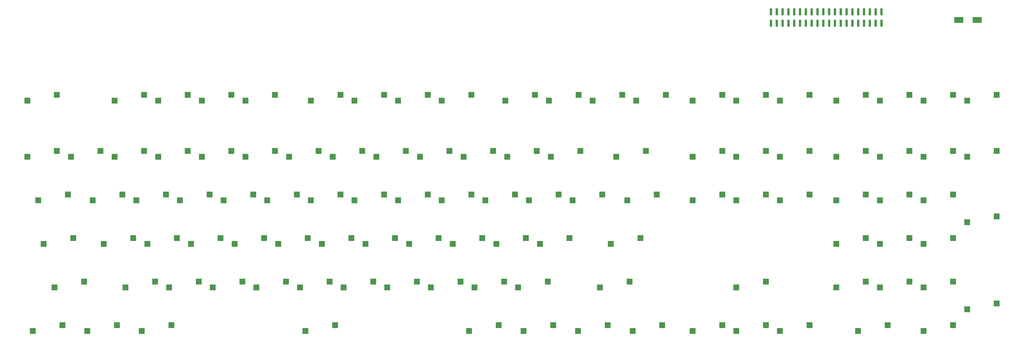
<source format=gbr>
G04 #@! TF.GenerationSoftware,KiCad,Pcbnew,(5.1.10)-1*
G04 #@! TF.CreationDate,2021-10-17T00:38:24+10:00*
G04 #@! TF.ProjectId,RedPyKeeb_mainboard,52656450-794b-4656-9562-5f6d61696e62,rev?*
G04 #@! TF.SameCoordinates,Original*
G04 #@! TF.FileFunction,Paste,Bot*
G04 #@! TF.FilePolarity,Positive*
%FSLAX46Y46*%
G04 Gerber Fmt 4.6, Leading zero omitted, Abs format (unit mm)*
G04 Created by KiCad (PCBNEW (5.1.10)-1) date 2021-10-17 00:38:24*
%MOMM*%
%LPD*%
G01*
G04 APERTURE LIST*
%ADD10R,1.000000X3.150000*%
%ADD11R,2.550000X2.500000*%
G04 APERTURE END LIST*
D10*
X387451600Y-21795500D03*
X387451600Y-26845500D03*
X392531600Y-26845260D03*
X389991600Y-26845500D03*
X389991600Y-21795500D03*
X384911600Y-21795500D03*
X379831600Y-21795500D03*
X382371600Y-21795500D03*
X384911600Y-26845500D03*
X392531600Y-21795500D03*
X372211600Y-21795500D03*
X377291600Y-21795500D03*
X377291600Y-26845500D03*
X374751600Y-26845500D03*
X372211600Y-26845500D03*
X351891600Y-26845500D03*
X364591600Y-26845500D03*
X367131600Y-21795500D03*
X356971600Y-21795500D03*
X354431600Y-26845500D03*
X349351600Y-21795500D03*
X367131600Y-26845500D03*
X364591600Y-21795500D03*
X349351600Y-26845500D03*
X362051600Y-26845500D03*
X369671600Y-21795500D03*
X356971600Y-26845500D03*
X369671600Y-26845500D03*
X359511600Y-21795500D03*
X359511600Y-26845500D03*
X346811600Y-21795500D03*
X346811600Y-26845500D03*
X374751600Y-21795500D03*
X354431600Y-21795500D03*
X351891600Y-21795500D03*
X379831600Y-26845500D03*
X344271600Y-21795500D03*
X344271600Y-26845260D03*
X382371600Y-26845500D03*
X362051600Y-21795500D03*
D11*
X95758000Y-60642500D03*
X108685000Y-58102500D03*
X76708000Y-60642500D03*
X89635000Y-58102500D03*
X114808000Y-60642500D03*
X127735000Y-58102500D03*
X70585000Y-58102500D03*
X57658000Y-60642500D03*
G36*
G01*
X432288700Y-26361900D02*
X432288700Y-24361900D01*
G75*
G02*
X432538700Y-24111900I250000J0D01*
G01*
X436038700Y-24111900D01*
G75*
G02*
X436288700Y-24361900I0J-250000D01*
G01*
X436288700Y-26361900D01*
G75*
G02*
X436038700Y-26611900I-250000J0D01*
G01*
X432538700Y-26611900D01*
G75*
G02*
X432288700Y-26361900I0J250000D01*
G01*
G37*
G36*
G01*
X424288700Y-26361900D02*
X424288700Y-24361900D01*
G75*
G02*
X424538700Y-24111900I250000J0D01*
G01*
X428038700Y-24111900D01*
G75*
G02*
X428288700Y-24361900I0J-250000D01*
G01*
X428288700Y-26361900D01*
G75*
G02*
X428038700Y-26611900I-250000J0D01*
G01*
X424538700Y-26611900D01*
G75*
G02*
X424288700Y-26361900I0J250000D01*
G01*
G37*
X429926750Y-151923750D03*
X442853750Y-149383750D03*
X410876750Y-161448750D03*
X423803750Y-158908750D03*
X410876750Y-142398750D03*
X423803750Y-139858750D03*
X391826750Y-142398750D03*
X404753750Y-139858750D03*
X410876750Y-123348750D03*
X423803750Y-120808750D03*
X391826750Y-123348750D03*
X404753750Y-120808750D03*
X382301750Y-161448750D03*
X395228750Y-158908750D03*
X372776750Y-142398750D03*
X385703750Y-139858750D03*
X372776750Y-123348750D03*
X385703750Y-120808750D03*
X429926750Y-113823750D03*
X442853750Y-111283750D03*
X410876750Y-104298750D03*
X423803750Y-101758750D03*
X391826750Y-104298750D03*
X404753750Y-101758750D03*
X372776750Y-104298750D03*
X385703750Y-101758750D03*
X429926750Y-85248750D03*
X442853750Y-82708750D03*
X410876750Y-85248750D03*
X423803750Y-82708750D03*
X404753750Y-82708750D03*
X391826750Y-85248750D03*
X372776750Y-85248750D03*
X385703750Y-82708750D03*
X429926750Y-60642500D03*
X442853750Y-58102500D03*
X410876750Y-60642500D03*
X423803750Y-58102500D03*
X404753750Y-58102500D03*
X391826750Y-60642500D03*
X385703750Y-58102500D03*
X372776750Y-60642500D03*
X322997500Y-58102500D03*
X310070500Y-60642500D03*
X329120500Y-85248750D03*
X342047500Y-82708750D03*
X322997500Y-82708750D03*
X310070500Y-85248750D03*
X361097500Y-58102500D03*
X348170500Y-60642500D03*
X342047500Y-58102500D03*
X329120500Y-60642500D03*
X361097500Y-158908750D03*
X348170500Y-161448750D03*
X342047500Y-139858750D03*
X329120500Y-142398750D03*
X329120500Y-161448750D03*
X342047500Y-158908750D03*
X310070500Y-104298750D03*
X322997500Y-101758750D03*
X322997500Y-158908750D03*
X310070500Y-161448750D03*
X342047500Y-101758750D03*
X329120500Y-104298750D03*
X361097500Y-82708750D03*
X348170500Y-85248750D03*
X348170500Y-104298750D03*
X361097500Y-101758750D03*
X283876750Y-161448750D03*
X296803750Y-158908750D03*
X260064250Y-161448750D03*
X272991250Y-158908750D03*
X236251750Y-161448750D03*
X249178750Y-158908750D03*
X212439250Y-161448750D03*
X225366250Y-158908750D03*
X141001750Y-161448750D03*
X153928750Y-158908750D03*
X69564250Y-161448750D03*
X82491250Y-158908750D03*
X45751750Y-161448750D03*
X58678750Y-158908750D03*
X269589250Y-142398750D03*
X282516250Y-139858750D03*
X233870500Y-142398750D03*
X246797500Y-139858750D03*
X214820500Y-142398750D03*
X227747500Y-139858750D03*
X195770500Y-142398750D03*
X208697500Y-139858750D03*
X176720500Y-142398750D03*
X189647500Y-139858750D03*
X157670500Y-142398750D03*
X170597500Y-139858750D03*
X138620500Y-142398750D03*
X151547500Y-139858750D03*
X119570500Y-142398750D03*
X132497500Y-139858750D03*
X100520500Y-142398750D03*
X113447500Y-139858750D03*
X81470500Y-142398750D03*
X94397500Y-139858750D03*
X62420500Y-142398750D03*
X75347500Y-139858750D03*
X274351750Y-123348750D03*
X287278750Y-120808750D03*
X243395500Y-123348750D03*
X256322500Y-120808750D03*
X224345500Y-123348750D03*
X237272500Y-120808750D03*
X205295500Y-123348750D03*
X218222500Y-120808750D03*
X186245500Y-123348750D03*
X199172500Y-120808750D03*
X167195500Y-123348750D03*
X180122500Y-120808750D03*
X148145500Y-123348750D03*
X161072500Y-120808750D03*
X129095500Y-123348750D03*
X142022500Y-120808750D03*
X110045500Y-123348750D03*
X122972500Y-120808750D03*
X90995500Y-123348750D03*
X103922500Y-120808750D03*
X71945500Y-123348750D03*
X84872500Y-120808750D03*
X52895500Y-123348750D03*
X65822500Y-120808750D03*
X281495500Y-104298750D03*
X294422500Y-101758750D03*
X257683000Y-104298750D03*
X270610000Y-101758750D03*
X238633000Y-104298750D03*
X251560000Y-101758750D03*
X219583000Y-104298750D03*
X232510000Y-101758750D03*
X200533000Y-104298750D03*
X213460000Y-101758750D03*
X181483000Y-104298750D03*
X194410000Y-101758750D03*
X162433000Y-104298750D03*
X175360000Y-101758750D03*
X143383000Y-104298750D03*
X156310000Y-101758750D03*
X124333000Y-104298750D03*
X137260000Y-101758750D03*
X105283000Y-104298750D03*
X118210000Y-101758750D03*
X86233000Y-104298750D03*
X99160000Y-101758750D03*
X67183000Y-104298750D03*
X80110000Y-101758750D03*
X48133000Y-104298750D03*
X61060000Y-101758750D03*
X21939250Y-161448750D03*
X34866250Y-158908750D03*
X31464250Y-142398750D03*
X44391250Y-139858750D03*
X26701750Y-123348750D03*
X39628750Y-120808750D03*
X285464250Y-60642500D03*
X298391250Y-58102500D03*
X266414250Y-60642500D03*
X279341250Y-58102500D03*
X228314250Y-60642500D03*
X241241250Y-58102500D03*
X247364250Y-60642500D03*
X260291250Y-58102500D03*
X213460000Y-58102500D03*
X200533000Y-60642500D03*
X181483000Y-60642500D03*
X194410000Y-58102500D03*
X162433000Y-60642500D03*
X175360000Y-58102500D03*
X156310000Y-58102500D03*
X143383000Y-60642500D03*
X248158000Y-85248750D03*
X261085000Y-82708750D03*
X229108000Y-85248750D03*
X242035000Y-82708750D03*
X210058000Y-85248750D03*
X222985000Y-82708750D03*
X24320500Y-104298750D03*
X37247500Y-101758750D03*
X276733000Y-85248750D03*
X289660000Y-82708750D03*
X114808000Y-85248750D03*
X127735000Y-82708750D03*
X95758000Y-85248750D03*
X108685000Y-82708750D03*
X171958000Y-85248750D03*
X184885000Y-82708750D03*
X152908000Y-85248750D03*
X165835000Y-82708750D03*
X89635000Y-82708750D03*
X76708000Y-85248750D03*
X191008000Y-85248750D03*
X203935000Y-82708750D03*
X133858000Y-85248750D03*
X146785000Y-82708750D03*
X38608000Y-85248750D03*
X51535000Y-82708750D03*
X57658000Y-85248750D03*
X70585000Y-82708750D03*
X19558000Y-85248750D03*
X32485000Y-82708750D03*
X32485000Y-58102500D03*
X19558000Y-60642500D03*
M02*

</source>
